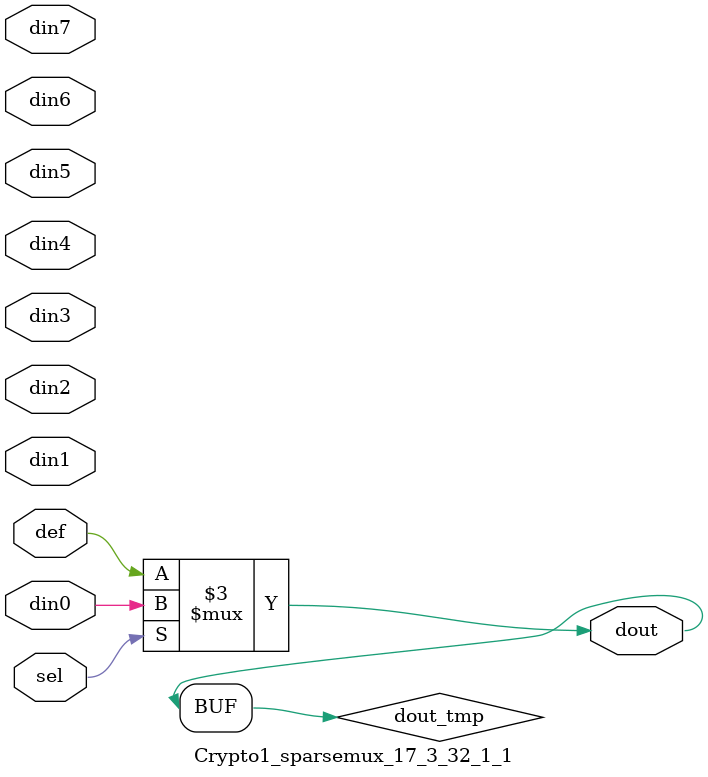
<source format=v>
`timescale 1ns / 1ps

module Crypto1_sparsemux_17_3_32_1_1 (din0,din1,din2,din3,din4,din5,din6,din7,def,sel,dout);

parameter din0_WIDTH = 1;

parameter din1_WIDTH = 1;

parameter din2_WIDTH = 1;

parameter din3_WIDTH = 1;

parameter din4_WIDTH = 1;

parameter din5_WIDTH = 1;

parameter din6_WIDTH = 1;

parameter din7_WIDTH = 1;

parameter def_WIDTH = 1;
parameter sel_WIDTH = 1;
parameter dout_WIDTH = 1;

parameter [sel_WIDTH-1:0] CASE0 = 1;

parameter [sel_WIDTH-1:0] CASE1 = 1;

parameter [sel_WIDTH-1:0] CASE2 = 1;

parameter [sel_WIDTH-1:0] CASE3 = 1;

parameter [sel_WIDTH-1:0] CASE4 = 1;

parameter [sel_WIDTH-1:0] CASE5 = 1;

parameter [sel_WIDTH-1:0] CASE6 = 1;

parameter [sel_WIDTH-1:0] CASE7 = 1;

parameter ID = 1;
parameter NUM_STAGE = 1;



input [din0_WIDTH-1:0] din0;

input [din1_WIDTH-1:0] din1;

input [din2_WIDTH-1:0] din2;

input [din3_WIDTH-1:0] din3;

input [din4_WIDTH-1:0] din4;

input [din5_WIDTH-1:0] din5;

input [din6_WIDTH-1:0] din6;

input [din7_WIDTH-1:0] din7;

input [def_WIDTH-1:0] def;
input [sel_WIDTH-1:0] sel;

output [dout_WIDTH-1:0] dout;



reg [dout_WIDTH-1:0] dout_tmp;


always @ (*) begin
(* parallel_case *) case (sel)
    
    CASE0 : dout_tmp = din0;
    
    CASE1 : dout_tmp = din1;
    
    CASE2 : dout_tmp = din2;
    
    CASE3 : dout_tmp = din3;
    
    CASE4 : dout_tmp = din4;
    
    CASE5 : dout_tmp = din5;
    
    CASE6 : dout_tmp = din6;
    
    CASE7 : dout_tmp = din7;
    
    default : dout_tmp = def;
endcase
end


assign dout = dout_tmp;



endmodule

</source>
